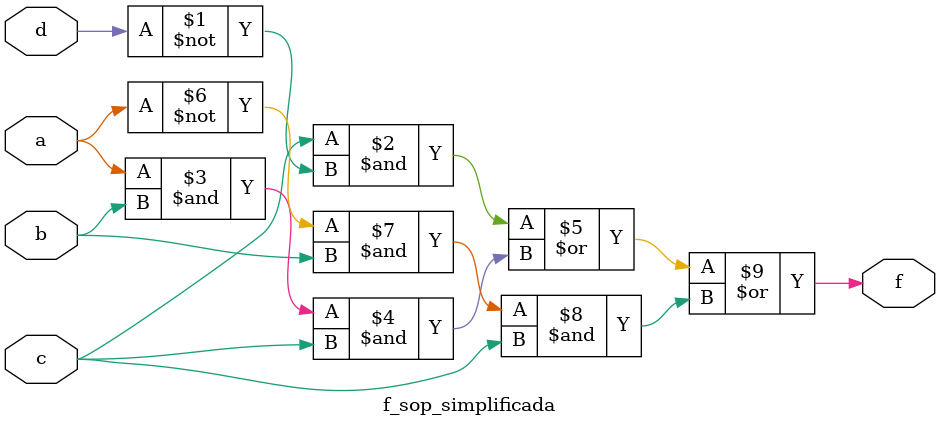
<source format=v>
module f_sop_simplificada (output f, input a, b, c, d);
  assign f = (c & ~d) | (a & b & c) | (~a & b & c);
endmodule
</source>
